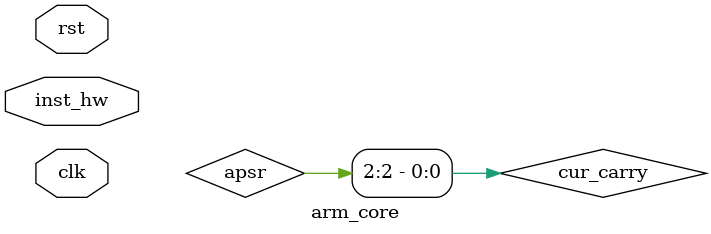
<source format=v>
/* File:            arm_core.v
 * Author:          Xiao,Chang
 * Email:           chngxiao@gmail.com
 * Original Date:   9/14/2011 
 * Last Modified:   9/14/2011
 * Description:     Top level module of ARM processor
 * Copyright:       All right reserved by Xiao,Chang.
 *
 * Notice: Please do me a favor to NOT remove the content above. 
 *         If you have any modification and description on this, please add it anywhere you like!.
 *         This is all I need when I do this.
 *         Thank you very much for concernning and Welcome to join into my work!
 *         Please Feel free to email me by the email address above.
 */

`include "inst_fetch.v"
`include "xpsr_reg.v"
`include "pre_dec.v"
`include "inst_pattern_match.v"
`include "reg_file.v"
`include "shift.v"

module arm_core(
input [15:0]inst_hw,
input rst,
input clk

//temperary output
);
//////////////////////////////////
//Signals within Stage One
//
//Stage Input Signals:
//[15:0]inst_hw;
//rst;
//clk;
//
//Stage Output Signals:
//[31:0]inst;
//////////////////////////////////
wire [31:0]inst_w;
wire inst_valid;
wire [4:0] en_apsr;
wire en_ipsr;
wire en_epsr;
wire [4:0] apsr;
wire [8:0] ipsr;
wire [9:0] epsr;
wire [31:0]set_xpsr;
wire [7:0] it_status;
wire [3:0] cond;
wire in_it_blk;
wire [31:0]inst;

assign cond = epsr[6:3];
assign {set_xpsr[15:12],set_xpsr[11:10],set_xpsr[26:25]} = it_status;
xpsr_reg    u_xpsr_reg(set_xpsr,clk,rst,en_apsr,en_ipsr,en_epsr,inst_valid,in_it_blk,apsr,ipsr,epsr);
inst_fetch  u_if(inst_hw,clk,rst,inst_w,inst_valid);
pre_dec     u_pre_dec(inst_w, cond,apsr,in_it_blk, inst, en_epsr,it_status);

//////////////////////////////////
//Signals within Stage Two
//
//Stage Input Signals:
//[31:0]inst;
//clk;
//rst;
//cur_carry;
//
//Stage Output Signals:
//[31:0] oprand1;
//[31:0] oprand2;
//[X:0]  opcode;//TODO
//next_carry;
//
//////////////////////////////////

wire cur_carry  =   apsr[2];
wire next_carry =   set_xpsr[29]; 
wire [3:0]rd_addr, rn_addr, rm_addr;
wire imm_or_reg;
wire shift_or_not;
wire [1:0]s_type;
wire [4:0]s_offset;
wire [31:0]imm32;
wire rf_w_en;
wire [31:0] rn_data, rm_data, rd_data;
wire [31:0] shifted_rn_data;
wire [31:0] valid_rn_data;
wire [31:0]oprand1,oprand2;

inst_pattern_match  u_inst_pattern_match(inst, clk, cur_carry, rd_addr, rn_addr, rm_addr, imm_or_reg, shift_or_not, imm32, s_type, s_offset);
reg_file            u_reg_file(rn_addr, rm_addr, rd_addr, rf_w_en, clk, rn_data, rm_data, rd_data);
shift               u_shift(s_type, s_offset, rn_data, cur_carry, shifted_rn_data, next_carry);

assign valid_rn_data   = shift_or_not ? shifted_rn_data: rn_data;
assign oprand2         = imm_or_reg ? imm32: valid_rn_data;
assign oprand1         = rm_data;
endmodule

</source>
